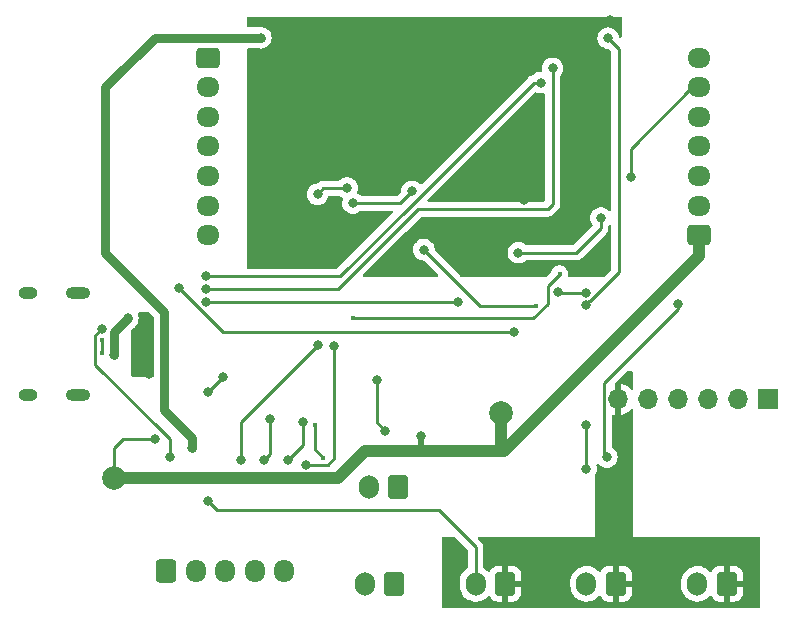
<source format=gbr>
%TF.GenerationSoftware,KiCad,Pcbnew,6.0.4-1.fc35*%
%TF.CreationDate,2022-04-18T23:22:51+03:00*%
%TF.ProjectId,Glove,476c6f76-652e-46b6-9963-61645f706362,rev?*%
%TF.SameCoordinates,Original*%
%TF.FileFunction,Copper,L2,Bot*%
%TF.FilePolarity,Positive*%
%FSLAX46Y46*%
G04 Gerber Fmt 4.6, Leading zero omitted, Abs format (unit mm)*
G04 Created by KiCad (PCBNEW 6.0.4-1.fc35) date 2022-04-18 23:22:51*
%MOMM*%
%LPD*%
G01*
G04 APERTURE LIST*
G04 Aperture macros list*
%AMRoundRect*
0 Rectangle with rounded corners*
0 $1 Rounding radius*
0 $2 $3 $4 $5 $6 $7 $8 $9 X,Y pos of 4 corners*
0 Add a 4 corners polygon primitive as box body*
4,1,4,$2,$3,$4,$5,$6,$7,$8,$9,$2,$3,0*
0 Add four circle primitives for the rounded corners*
1,1,$1+$1,$2,$3*
1,1,$1+$1,$4,$5*
1,1,$1+$1,$6,$7*
1,1,$1+$1,$8,$9*
0 Add four rect primitives between the rounded corners*
20,1,$1+$1,$2,$3,$4,$5,0*
20,1,$1+$1,$4,$5,$6,$7,0*
20,1,$1+$1,$6,$7,$8,$9,0*
20,1,$1+$1,$8,$9,$2,$3,0*%
G04 Aperture macros list end*
%TA.AperFunction,ComponentPad*%
%ADD10RoundRect,0.250000X0.600000X0.750000X-0.600000X0.750000X-0.600000X-0.750000X0.600000X-0.750000X0*%
%TD*%
%TA.AperFunction,ComponentPad*%
%ADD11O,1.700000X2.000000*%
%TD*%
%TA.AperFunction,ComponentPad*%
%ADD12RoundRect,0.250000X-0.725000X0.600000X-0.725000X-0.600000X0.725000X-0.600000X0.725000X0.600000X0*%
%TD*%
%TA.AperFunction,ComponentPad*%
%ADD13O,1.950000X1.700000*%
%TD*%
%TA.AperFunction,ComponentPad*%
%ADD14RoundRect,0.250000X-0.600000X-0.725000X0.600000X-0.725000X0.600000X0.725000X-0.600000X0.725000X0*%
%TD*%
%TA.AperFunction,ComponentPad*%
%ADD15O,1.700000X1.950000*%
%TD*%
%TA.AperFunction,ComponentPad*%
%ADD16O,2.100000X1.000000*%
%TD*%
%TA.AperFunction,ComponentPad*%
%ADD17O,1.600000X1.000000*%
%TD*%
%TA.AperFunction,ComponentPad*%
%ADD18RoundRect,0.250000X0.725000X-0.600000X0.725000X0.600000X-0.725000X0.600000X-0.725000X-0.600000X0*%
%TD*%
%TA.AperFunction,ComponentPad*%
%ADD19R,1.700000X1.700000*%
%TD*%
%TA.AperFunction,ComponentPad*%
%ADD20O,1.700000X1.700000*%
%TD*%
%TA.AperFunction,ViaPad*%
%ADD21C,0.800000*%
%TD*%
%TA.AperFunction,ViaPad*%
%ADD22C,0.450000*%
%TD*%
%TA.AperFunction,ViaPad*%
%ADD23C,2.000000*%
%TD*%
%TA.AperFunction,Conductor*%
%ADD24C,0.250000*%
%TD*%
%TA.AperFunction,Conductor*%
%ADD25C,1.000000*%
%TD*%
%TA.AperFunction,Conductor*%
%ADD26C,0.750000*%
%TD*%
%TA.AperFunction,Conductor*%
%ADD27C,0.500000*%
%TD*%
G04 APERTURE END LIST*
D10*
%TO.P,BTN_A1,1,1*%
%TO.N,GND*%
X152894444Y-104725000D03*
D11*
%TO.P,BTN_A1,2,2*%
%TO.N,BtnA*%
X150394444Y-104725000D03*
%TD*%
D12*
%TO.P,J4,1,Pin_1*%
%TO.N,+3V3*%
X127700000Y-60200000D03*
D13*
%TO.P,J4,2,Pin_2*%
%TO.N,PinkyPot*%
X127700000Y-62700000D03*
%TO.P,J4,3,Pin_3*%
%TO.N,RingPot*%
X127700000Y-65200000D03*
%TO.P,J4,4,Pin_4*%
%TO.N,MiddlePot*%
X127700000Y-67700000D03*
%TO.P,J4,5,Pin_5*%
%TO.N,PointerPot*%
X127700000Y-70200000D03*
%TO.P,J4,6,Pin_6*%
%TO.N,ThumbPot*%
X127700000Y-72700000D03*
%TO.P,J4,7,Pin_7*%
%TO.N,GND*%
X127700000Y-75200000D03*
%TD*%
D10*
%TO.P,BTN_Trigger1,1,1*%
%TO.N,GND*%
X143850000Y-96525000D03*
D11*
%TO.P,BTN_Trigger1,2,2*%
%TO.N,BtnTrigger*%
X141350000Y-96525000D03*
%TD*%
D10*
%TO.P,BTN_B1,1,1*%
%TO.N,GND*%
X171650000Y-104725000D03*
D11*
%TO.P,BTN_B1,2,2*%
%TO.N,BtnB*%
X169150000Y-104725000D03*
%TD*%
D14*
%TO.P,J2,1,Pin_1*%
%TO.N,+3V3*%
X124200000Y-103675000D03*
D15*
%TO.P,J2,2,Pin_2*%
%TO.N,JoyX*%
X126700000Y-103675000D03*
%TO.P,J2,3,Pin_3*%
%TO.N,JoyY*%
X129200000Y-103675000D03*
%TO.P,J2,4,Pin_4*%
%TO.N,JoyClick*%
X131700000Y-103675000D03*
%TO.P,J2,5,Pin_5*%
%TO.N,GND*%
X134200000Y-103675000D03*
%TD*%
D10*
%TO.P,BTN_Grab1,1,1*%
%TO.N,GND*%
X143516667Y-104725000D03*
D11*
%TO.P,BTN_Grab1,2,2*%
%TO.N,BtnGrab*%
X141016667Y-104725000D03*
%TD*%
D16*
%TO.P,J1,S1,SHIELD*%
%TO.N,GND*%
X116705000Y-80080000D03*
X116705000Y-88720000D03*
D17*
X112525000Y-88720000D03*
X112525000Y-80080000D03*
%TD*%
D18*
%TO.P,J3,1,Pin_1*%
%TO.N,+5V*%
X169300000Y-75200000D03*
D13*
%TO.P,J3,2,Pin_2*%
%TO.N,PinkyPWM*%
X169300000Y-72700000D03*
%TO.P,J3,3,Pin_3*%
%TO.N,RingPWM*%
X169300000Y-70200000D03*
%TO.P,J3,4,Pin_4*%
%TO.N,MiddlePWM*%
X169300000Y-67700000D03*
%TO.P,J3,5,Pin_5*%
%TO.N,PointerPWM*%
X169300000Y-65200000D03*
%TO.P,J3,6,Pin_6*%
%TO.N,ThumbPWM*%
X169300000Y-62700000D03*
%TO.P,J3,7,Pin_7*%
%TO.N,GND*%
X169300000Y-60200000D03*
%TD*%
D10*
%TO.P,BTN_Pinch1,1,1*%
%TO.N,GND*%
X162272221Y-104725000D03*
D11*
%TO.P,BTN_Pinch1,2,2*%
%TO.N,BtnPinch*%
X159772221Y-104725000D03*
%TD*%
D19*
%TO.P,J5,1,Pin_1*%
%TO.N,+3V3*%
X175150000Y-89100000D03*
D20*
%TO.P,J5,2,Pin_2*%
%TO.N,/MTMS*%
X172610000Y-89100000D03*
%TO.P,J5,3,Pin_3*%
%TO.N,/MTDI*%
X170070000Y-89100000D03*
%TO.P,J5,4,Pin_4*%
%TO.N,/MTCK*%
X167530000Y-89100000D03*
%TO.P,J5,5,Pin_5*%
%TO.N,/MTDO*%
X164990000Y-89100000D03*
%TO.P,J5,6,Pin_6*%
%TO.N,GND*%
X162450000Y-89100000D03*
%TD*%
D21*
%TO.N,GND*%
X142750000Y-91750000D03*
X132250000Y-75250000D03*
X161750000Y-57000000D03*
X129000000Y-87250000D03*
X127737701Y-88512299D03*
X139500000Y-60000000D03*
X154500000Y-72250000D03*
X139250000Y-57250000D03*
X154750000Y-68250000D03*
X142000000Y-87500000D03*
X122500000Y-82250000D03*
X122750000Y-87000000D03*
X143250000Y-78000000D03*
%TO.N,BtnA*%
X127750000Y-97750000D03*
X130500000Y-94250000D03*
X137000000Y-84500000D03*
X139500000Y-71200000D03*
X137000000Y-71750000D03*
%TO.N,BtnB*%
X140000000Y-72500000D03*
X145000000Y-71500000D03*
%TO.N,BtnGrab*%
X146000000Y-76438000D03*
X167500000Y-81000000D03*
X161500000Y-94000000D03*
D22*
X155500000Y-81250000D03*
D21*
%TO.N,BtnPinch*%
X159750000Y-81099503D03*
X159750000Y-95000000D03*
X161600000Y-58525000D03*
X159750000Y-91250000D03*
D22*
%TO.N,BtnTrigger*%
X140000000Y-82250000D03*
X137500000Y-94049500D03*
X136750000Y-91250000D03*
X157500000Y-78500000D03*
D21*
%TO.N,+5V*%
X123250000Y-92500000D03*
D23*
X152500000Y-90250000D03*
D21*
X145750000Y-92250000D03*
D23*
X119750000Y-95750000D03*
D21*
%TO.N,+3V3*%
X120950000Y-82250000D03*
X121000000Y-78750000D03*
X132200000Y-58500000D03*
X119779584Y-85374500D03*
X126350000Y-93250000D03*
%TO.N,JoyX*%
X132500000Y-94250000D03*
X133000000Y-90750000D03*
%TO.N,JoyY*%
X134500000Y-94250000D03*
X135750000Y-91000000D03*
%TO.N,JoyClick*%
X136000000Y-94650500D03*
X138400000Y-84600000D03*
%TO.N,JTAG_MTDO*%
X159750000Y-80100000D03*
X157400000Y-80000000D03*
%TO.N,ThumbPWM*%
X163500000Y-70250000D03*
D22*
%TO.N,/D+*%
X118763081Y-85210270D03*
X118750000Y-84100500D03*
D21*
%TO.N,Net-(Q1-Pad2)*%
X127600000Y-80900000D03*
X148924500Y-80900000D03*
%TO.N,Net-(Q2-Pad2)*%
X153600000Y-83400000D03*
X125300000Y-79700000D03*
%TO.N,IO0*%
X161000000Y-73750000D03*
X154000000Y-76700000D03*
%TO.N,RXD*%
X127600000Y-79800000D03*
X156900000Y-61100000D03*
%TO.N,TXD*%
X127600000Y-78700000D03*
X155900000Y-62300000D03*
%TO.N,Net-(J1-PadA5)*%
X124500000Y-94000000D03*
X118750000Y-83150000D03*
%TD*%
D24*
%TO.N,BtnPinch*%
X159750000Y-95000000D02*
X159750000Y-91250000D01*
%TO.N,BtnGrab*%
X161275489Y-93775489D02*
X161275489Y-87724511D01*
X161500000Y-94000000D02*
X161275489Y-93775489D01*
X161275489Y-87724511D02*
X167500000Y-81500000D01*
X167500000Y-81500000D02*
X167500000Y-81000000D01*
%TO.N,JoyX*%
X132500000Y-94250000D02*
X133000000Y-93750000D01*
X133000000Y-93750000D02*
X133000000Y-90750000D01*
%TO.N,BtnA*%
X130500000Y-94250000D02*
X130500000Y-91000000D01*
X130500000Y-91000000D02*
X137000000Y-84500000D01*
%TO.N,JoyClick*%
X137849500Y-94650500D02*
X138400000Y-94100000D01*
X136000000Y-94650500D02*
X137849500Y-94650500D01*
X138400000Y-94100000D02*
X138400000Y-84600000D01*
%TO.N,BtnTrigger*%
X137500000Y-94049500D02*
X136750000Y-93299500D01*
X136750000Y-93299500D02*
X136750000Y-91250000D01*
D25*
%TO.N,+5V*%
X145750000Y-93500000D02*
X141000000Y-93500000D01*
X141000000Y-93500000D02*
X138750000Y-95750000D01*
X138750000Y-95750000D02*
X119750000Y-95750000D01*
D26*
%TO.N,+3V3*%
X121000000Y-78750000D02*
X124000000Y-81750000D01*
X124000000Y-81750000D02*
X124000000Y-90050000D01*
X124000000Y-90050000D02*
X126350000Y-92400000D01*
X126350000Y-92400000D02*
X126350000Y-93250000D01*
X121000000Y-78750000D02*
X119000000Y-76750000D01*
X119000000Y-76750000D02*
X119000000Y-62700000D01*
X119000000Y-62700000D02*
X123200000Y-58500000D01*
X123200000Y-58500000D02*
X132200000Y-58500000D01*
X120950000Y-82250000D02*
X119750000Y-83450000D01*
X119750000Y-83450000D02*
X119750000Y-85344916D01*
X119750000Y-85344916D02*
X119779584Y-85374500D01*
D24*
%TO.N,GND*%
X142750000Y-91750000D02*
X142000000Y-91000000D01*
X142000000Y-91000000D02*
X142000000Y-87500000D01*
D25*
%TO.N,+5V*%
X152750000Y-93500000D02*
X169300000Y-76950000D01*
X169300000Y-76950000D02*
X169300000Y-75200000D01*
D24*
%TO.N,BtnPinch*%
X159750000Y-81099503D02*
X160024992Y-80824511D01*
X160024992Y-80824511D02*
X160050103Y-80824511D01*
X160050103Y-80824511D02*
X162524511Y-78350103D01*
X162524511Y-78350103D02*
X162524511Y-59449511D01*
X162524511Y-59449511D02*
X161600000Y-58525000D01*
%TO.N,JTAG_MTDO*%
X159750000Y-80100000D02*
X157500000Y-80100000D01*
X157500000Y-80100000D02*
X157400000Y-80000000D01*
%TO.N,GND*%
X127737701Y-88512299D02*
X129000000Y-87250000D01*
%TO.N,BtnA*%
X150394444Y-101644444D02*
X147250000Y-98500000D01*
X137000000Y-71750000D02*
X137500000Y-71250000D01*
X137500000Y-71250000D02*
X139450000Y-71250000D01*
X128500000Y-98500000D02*
X127750000Y-97750000D01*
X147250000Y-98500000D02*
X128500000Y-98500000D01*
X150394444Y-104725000D02*
X150394444Y-101644444D01*
X139450000Y-71250000D02*
X139500000Y-71200000D01*
%TO.N,BtnB*%
X144000000Y-72500000D02*
X140000000Y-72500000D01*
X145000000Y-71500000D02*
X144000000Y-72500000D01*
%TO.N,BtnGrab*%
X155500000Y-81250000D02*
X155450000Y-81200000D01*
X155450000Y-81200000D02*
X150762000Y-81200000D01*
X150762000Y-81200000D02*
X146000000Y-76438000D01*
%TO.N,BtnTrigger*%
X156500000Y-79500000D02*
X156500000Y-81027127D01*
X157500000Y-78500000D02*
X156500000Y-79500000D01*
X156500000Y-81027127D02*
X155277127Y-82250000D01*
X155277127Y-82250000D02*
X140000000Y-82250000D01*
D27*
%TO.N,+5V*%
X145750000Y-93500000D02*
X145750000Y-92250000D01*
D24*
X119750000Y-93250000D02*
X120500000Y-92500000D01*
D25*
X152500000Y-90750000D02*
X152500000Y-90250000D01*
X152500000Y-93500000D02*
X152500000Y-90750000D01*
D24*
X120500000Y-92500000D02*
X123250000Y-92500000D01*
X119750000Y-95750000D02*
X119750000Y-93250000D01*
D25*
X145750000Y-93500000D02*
X152500000Y-93500000D01*
D24*
%TO.N,JoyY*%
X135750000Y-93000000D02*
X135750000Y-91000000D01*
X134500000Y-94250000D02*
X135750000Y-93000000D01*
%TO.N,ThumbPWM*%
X163500000Y-67900000D02*
X168700000Y-62700000D01*
X168700000Y-62700000D02*
X169300000Y-62700000D01*
X163500000Y-70250000D02*
X163500000Y-67900000D01*
%TO.N,/D+*%
X118750000Y-85197189D02*
X118763081Y-85210270D01*
X118750000Y-84100500D02*
X118750000Y-85197189D01*
%TO.N,Net-(Q1-Pad2)*%
X148924500Y-80900000D02*
X127600000Y-80900000D01*
%TO.N,Net-(Q2-Pad2)*%
X129000000Y-83400000D02*
X153600000Y-83400000D01*
X125300000Y-79700000D02*
X129000000Y-83400000D01*
%TO.N,IO0*%
X158900000Y-76700000D02*
X154000000Y-76700000D01*
X161000000Y-74600000D02*
X158900000Y-76700000D01*
X161000000Y-73750000D02*
X161000000Y-74600000D01*
%TO.N,RXD*%
X127600000Y-79800000D02*
X138700000Y-79800000D01*
X145500000Y-73000000D02*
X156500000Y-73000000D01*
X138700000Y-79800000D02*
X144000000Y-74500000D01*
X156500000Y-73000000D02*
X156900000Y-72600000D01*
X156900000Y-72600000D02*
X156900000Y-61100000D01*
X144000000Y-74500000D02*
X145500000Y-73000000D01*
%TO.N,TXD*%
X127600000Y-78700000D02*
X138900000Y-78700000D01*
X155300000Y-62300000D02*
X155900000Y-62300000D01*
X144900000Y-72700000D02*
X155300000Y-62300000D01*
X138900000Y-78700000D02*
X144900000Y-72700000D01*
%TO.N,Net-(J1-PadA5)*%
X118200489Y-86200489D02*
X123800000Y-91800000D01*
X124500000Y-92500000D02*
X124500000Y-94000000D01*
X118200489Y-83699511D02*
X118200489Y-86200489D01*
X123800000Y-91800000D02*
X124500000Y-92500000D01*
X118750000Y-83150000D02*
X118200489Y-83699511D01*
%TD*%
%TA.AperFunction,Conductor*%
%TO.N,GND*%
G36*
X162692121Y-56728502D02*
G01*
X162738614Y-56782158D01*
X162750000Y-56834500D01*
X162750000Y-58370883D01*
X162729998Y-58439004D01*
X162676342Y-58485497D01*
X162606068Y-58495601D01*
X162541488Y-58466107D01*
X162503104Y-58406381D01*
X162498690Y-58384053D01*
X162494232Y-58341635D01*
X162494232Y-58341633D01*
X162493542Y-58335072D01*
X162434527Y-58153444D01*
X162339040Y-57988056D01*
X162321679Y-57968774D01*
X162215675Y-57851045D01*
X162215674Y-57851044D01*
X162211253Y-57846134D01*
X162056752Y-57733882D01*
X162050724Y-57731198D01*
X162050722Y-57731197D01*
X161888319Y-57658891D01*
X161888318Y-57658891D01*
X161882288Y-57656206D01*
X161777305Y-57633891D01*
X161701944Y-57617872D01*
X161701939Y-57617872D01*
X161695487Y-57616500D01*
X161504513Y-57616500D01*
X161498061Y-57617872D01*
X161498056Y-57617872D01*
X161422695Y-57633891D01*
X161317712Y-57656206D01*
X161311682Y-57658891D01*
X161311681Y-57658891D01*
X161149278Y-57731197D01*
X161149276Y-57731198D01*
X161143248Y-57733882D01*
X160988747Y-57846134D01*
X160984326Y-57851044D01*
X160984325Y-57851045D01*
X160878322Y-57968774D01*
X160860960Y-57988056D01*
X160765473Y-58153444D01*
X160706458Y-58335072D01*
X160686496Y-58525000D01*
X160687186Y-58531565D01*
X160703141Y-58683365D01*
X160706458Y-58714928D01*
X160765473Y-58896556D01*
X160768776Y-58902278D01*
X160768777Y-58902279D01*
X160802686Y-58961010D01*
X160860960Y-59061944D01*
X160865378Y-59066851D01*
X160865379Y-59066852D01*
X160984325Y-59198955D01*
X160988747Y-59203866D01*
X161009170Y-59218704D01*
X161108839Y-59291118D01*
X161143248Y-59316118D01*
X161149276Y-59318802D01*
X161149278Y-59318803D01*
X161311681Y-59391109D01*
X161317712Y-59393794D01*
X161392332Y-59409655D01*
X161498056Y-59432128D01*
X161498061Y-59432128D01*
X161504513Y-59433500D01*
X161560405Y-59433500D01*
X161628526Y-59453502D01*
X161649500Y-59470405D01*
X161854106Y-59675011D01*
X161888132Y-59737323D01*
X161891011Y-59764106D01*
X161891011Y-73053596D01*
X161871009Y-73121717D01*
X161817353Y-73168210D01*
X161747079Y-73178314D01*
X161682499Y-73148820D01*
X161671380Y-73137912D01*
X161611253Y-73071134D01*
X161456752Y-72958882D01*
X161450724Y-72956198D01*
X161450722Y-72956197D01*
X161288319Y-72883891D01*
X161288318Y-72883891D01*
X161282288Y-72881206D01*
X161188887Y-72861353D01*
X161101944Y-72842872D01*
X161101939Y-72842872D01*
X161095487Y-72841500D01*
X160904513Y-72841500D01*
X160898061Y-72842872D01*
X160898056Y-72842872D01*
X160811113Y-72861353D01*
X160717712Y-72881206D01*
X160711682Y-72883891D01*
X160711681Y-72883891D01*
X160549278Y-72956197D01*
X160549276Y-72956198D01*
X160543248Y-72958882D01*
X160388747Y-73071134D01*
X160384329Y-73076041D01*
X160384325Y-73076045D01*
X160266271Y-73207158D01*
X160260960Y-73213056D01*
X160215891Y-73291118D01*
X160172595Y-73366109D01*
X160165473Y-73378444D01*
X160106458Y-73560072D01*
X160105768Y-73566633D01*
X160105768Y-73566635D01*
X160098793Y-73633003D01*
X160086496Y-73750000D01*
X160106458Y-73939928D01*
X160165473Y-74121556D01*
X160260960Y-74286944D01*
X160264154Y-74290491D01*
X160287785Y-74356720D01*
X160271706Y-74425871D01*
X160251086Y-74453009D01*
X158674500Y-76029595D01*
X158612188Y-76063621D01*
X158585405Y-76066500D01*
X154708200Y-76066500D01*
X154640079Y-76046498D01*
X154620853Y-76030157D01*
X154620580Y-76030460D01*
X154615668Y-76026037D01*
X154611253Y-76021134D01*
X154589671Y-76005454D01*
X154462094Y-75912763D01*
X154462093Y-75912762D01*
X154456752Y-75908882D01*
X154450724Y-75906198D01*
X154450722Y-75906197D01*
X154288319Y-75833891D01*
X154288318Y-75833891D01*
X154282288Y-75831206D01*
X154188887Y-75811353D01*
X154101944Y-75792872D01*
X154101939Y-75792872D01*
X154095487Y-75791500D01*
X153904513Y-75791500D01*
X153898061Y-75792872D01*
X153898056Y-75792872D01*
X153811113Y-75811353D01*
X153717712Y-75831206D01*
X153711682Y-75833891D01*
X153711681Y-75833891D01*
X153549278Y-75906197D01*
X153549276Y-75906198D01*
X153543248Y-75908882D01*
X153388747Y-76021134D01*
X153384326Y-76026044D01*
X153384325Y-76026045D01*
X153317639Y-76100108D01*
X153260960Y-76163056D01*
X153165473Y-76328444D01*
X153106458Y-76510072D01*
X153086496Y-76700000D01*
X153106458Y-76889928D01*
X153165473Y-77071556D01*
X153260960Y-77236944D01*
X153265378Y-77241851D01*
X153265379Y-77241852D01*
X153377614Y-77366502D01*
X153388747Y-77378866D01*
X153543248Y-77491118D01*
X153549276Y-77493802D01*
X153549278Y-77493803D01*
X153711681Y-77566109D01*
X153717712Y-77568794D01*
X153811112Y-77588647D01*
X153898056Y-77607128D01*
X153898061Y-77607128D01*
X153904513Y-77608500D01*
X154095487Y-77608500D01*
X154101939Y-77607128D01*
X154101944Y-77607128D01*
X154188888Y-77588647D01*
X154282288Y-77568794D01*
X154288319Y-77566109D01*
X154450722Y-77493803D01*
X154450724Y-77493802D01*
X154456752Y-77491118D01*
X154611253Y-77378866D01*
X154615668Y-77373963D01*
X154620580Y-77369540D01*
X154621705Y-77370789D01*
X154675014Y-77337949D01*
X154708200Y-77333500D01*
X158821233Y-77333500D01*
X158832416Y-77334027D01*
X158839909Y-77335702D01*
X158847835Y-77335453D01*
X158847836Y-77335453D01*
X158907986Y-77333562D01*
X158911945Y-77333500D01*
X158939856Y-77333500D01*
X158943791Y-77333003D01*
X158943856Y-77332995D01*
X158955693Y-77332062D01*
X158987951Y-77331048D01*
X158991970Y-77330922D01*
X158999889Y-77330673D01*
X159019343Y-77325021D01*
X159038700Y-77321013D01*
X159050930Y-77319468D01*
X159050931Y-77319468D01*
X159058797Y-77318474D01*
X159066168Y-77315555D01*
X159066170Y-77315555D01*
X159099912Y-77302196D01*
X159111142Y-77298351D01*
X159145983Y-77288229D01*
X159145984Y-77288229D01*
X159153593Y-77286018D01*
X159160412Y-77281985D01*
X159160417Y-77281983D01*
X159171028Y-77275707D01*
X159188776Y-77267012D01*
X159207617Y-77259552D01*
X159243387Y-77233564D01*
X159253307Y-77227048D01*
X159284535Y-77208580D01*
X159284538Y-77208578D01*
X159291362Y-77204542D01*
X159305683Y-77190221D01*
X159320717Y-77177380D01*
X159330694Y-77170131D01*
X159337107Y-77165472D01*
X159365298Y-77131395D01*
X159373288Y-77122616D01*
X161392247Y-75103657D01*
X161400537Y-75096113D01*
X161407018Y-75092000D01*
X161453659Y-75042332D01*
X161456413Y-75039491D01*
X161476134Y-75019770D01*
X161478612Y-75016575D01*
X161486318Y-75007553D01*
X161511158Y-74981101D01*
X161516586Y-74975321D01*
X161526346Y-74957568D01*
X161537199Y-74941045D01*
X161544753Y-74931306D01*
X161549613Y-74925041D01*
X161567176Y-74884457D01*
X161572383Y-74873827D01*
X161593695Y-74835060D01*
X161595666Y-74827383D01*
X161595668Y-74827378D01*
X161598732Y-74815442D01*
X161605138Y-74796730D01*
X161610034Y-74785417D01*
X161613181Y-74778145D01*
X161620097Y-74734481D01*
X161622504Y-74722860D01*
X161631528Y-74687711D01*
X161631528Y-74687710D01*
X161633500Y-74680030D01*
X161633500Y-74659769D01*
X161635051Y-74640058D01*
X161636979Y-74627885D01*
X161638219Y-74620057D01*
X161634059Y-74576046D01*
X161633500Y-74564189D01*
X161633500Y-74452524D01*
X161653502Y-74384403D01*
X161665864Y-74368214D01*
X161671379Y-74362089D01*
X161731827Y-74324852D01*
X161802810Y-74326207D01*
X161861793Y-74365724D01*
X161890048Y-74430856D01*
X161891011Y-74446404D01*
X161891011Y-78035508D01*
X161871009Y-78103629D01*
X161854106Y-78124603D01*
X161265614Y-78713095D01*
X161203302Y-78747121D01*
X161176519Y-78750000D01*
X158350561Y-78750000D01*
X158282440Y-78729998D01*
X158235947Y-78676342D01*
X158225787Y-78606464D01*
X158237302Y-78524534D01*
X158237303Y-78524527D01*
X158237853Y-78520610D01*
X158238141Y-78500000D01*
X158219798Y-78336466D01*
X158165680Y-78181060D01*
X158078476Y-78041505D01*
X158020499Y-77983122D01*
X157967486Y-77929737D01*
X157967482Y-77929734D01*
X157962522Y-77924739D01*
X157823580Y-77836563D01*
X157774447Y-77819068D01*
X157675189Y-77783723D01*
X157675187Y-77783722D01*
X157668555Y-77781361D01*
X157661569Y-77780528D01*
X157661565Y-77780527D01*
X157547071Y-77766875D01*
X157505153Y-77761877D01*
X157498150Y-77762613D01*
X157498149Y-77762613D01*
X157454935Y-77767155D01*
X157341495Y-77779078D01*
X157334827Y-77781348D01*
X157192382Y-77829840D01*
X157192379Y-77829841D01*
X157185715Y-77832110D01*
X157045555Y-77918337D01*
X156927982Y-78033473D01*
X156838838Y-78171797D01*
X156836427Y-78178420D01*
X156836426Y-78178423D01*
X156794910Y-78292490D01*
X156765604Y-78338492D01*
X156390999Y-78713096D01*
X156328687Y-78747121D01*
X156301904Y-78750000D01*
X149260094Y-78750000D01*
X149191973Y-78729998D01*
X149170999Y-78713095D01*
X149087025Y-78629120D01*
X146947122Y-76489217D01*
X146913096Y-76426905D01*
X146910907Y-76413292D01*
X146894232Y-76254635D01*
X146894232Y-76254633D01*
X146893542Y-76248072D01*
X146834527Y-76066444D01*
X146739040Y-75901056D01*
X146678565Y-75833891D01*
X146615675Y-75764045D01*
X146615674Y-75764044D01*
X146611253Y-75759134D01*
X146456752Y-75646882D01*
X146450724Y-75644198D01*
X146450722Y-75644197D01*
X146288319Y-75571891D01*
X146288318Y-75571891D01*
X146282288Y-75569206D01*
X146188888Y-75549353D01*
X146101944Y-75530872D01*
X146101939Y-75530872D01*
X146095487Y-75529500D01*
X145904513Y-75529500D01*
X145898061Y-75530872D01*
X145898056Y-75530872D01*
X145811112Y-75549353D01*
X145717712Y-75569206D01*
X145711682Y-75571891D01*
X145711681Y-75571891D01*
X145549278Y-75644197D01*
X145549276Y-75644198D01*
X145543248Y-75646882D01*
X145388747Y-75759134D01*
X145384326Y-75764044D01*
X145384325Y-75764045D01*
X145321436Y-75833891D01*
X145260960Y-75901056D01*
X145165473Y-76066444D01*
X145106458Y-76248072D01*
X145086496Y-76438000D01*
X145106458Y-76627928D01*
X145165473Y-76809556D01*
X145260960Y-76974944D01*
X145388747Y-77116866D01*
X145543248Y-77229118D01*
X145549276Y-77231802D01*
X145549278Y-77231803D01*
X145711681Y-77304109D01*
X145717712Y-77306794D01*
X145784607Y-77321013D01*
X145898056Y-77345128D01*
X145898061Y-77345128D01*
X145904513Y-77346500D01*
X145960406Y-77346500D01*
X146028527Y-77366502D01*
X146049501Y-77383405D01*
X147201001Y-78534905D01*
X147235027Y-78597217D01*
X147229962Y-78668032D01*
X147187415Y-78724868D01*
X147120895Y-78749679D01*
X147111906Y-78750000D01*
X140950094Y-78750000D01*
X140881973Y-78729998D01*
X140835480Y-78676342D01*
X140825376Y-78606068D01*
X140854870Y-78541488D01*
X140860999Y-78534905D01*
X141787405Y-77608500D01*
X144476135Y-74919770D01*
X144476138Y-74919766D01*
X145725499Y-73670405D01*
X145787811Y-73636379D01*
X145814594Y-73633500D01*
X156421233Y-73633500D01*
X156432416Y-73634027D01*
X156439909Y-73635702D01*
X156447835Y-73635453D01*
X156447836Y-73635453D01*
X156507986Y-73633562D01*
X156511945Y-73633500D01*
X156539856Y-73633500D01*
X156543791Y-73633003D01*
X156543856Y-73632995D01*
X156555693Y-73632062D01*
X156587951Y-73631048D01*
X156591970Y-73630922D01*
X156599889Y-73630673D01*
X156619343Y-73625021D01*
X156638700Y-73621013D01*
X156650930Y-73619468D01*
X156650931Y-73619468D01*
X156658797Y-73618474D01*
X156666168Y-73615555D01*
X156666170Y-73615555D01*
X156699912Y-73602196D01*
X156711142Y-73598351D01*
X156745983Y-73588229D01*
X156745984Y-73588229D01*
X156753593Y-73586018D01*
X156760412Y-73581985D01*
X156760417Y-73581983D01*
X156771028Y-73575707D01*
X156788776Y-73567012D01*
X156807617Y-73559552D01*
X156815543Y-73553794D01*
X156843387Y-73533564D01*
X156853307Y-73527048D01*
X156884535Y-73508580D01*
X156884538Y-73508578D01*
X156891362Y-73504542D01*
X156905683Y-73490221D01*
X156920717Y-73477380D01*
X156930694Y-73470131D01*
X156937107Y-73465472D01*
X156965298Y-73431395D01*
X156973288Y-73422616D01*
X157292247Y-73103657D01*
X157300537Y-73096113D01*
X157307018Y-73092000D01*
X157353659Y-73042332D01*
X157356413Y-73039491D01*
X157376134Y-73019770D01*
X157378612Y-73016575D01*
X157386318Y-73007553D01*
X157411158Y-72981101D01*
X157416586Y-72975321D01*
X157423490Y-72962763D01*
X157426346Y-72957568D01*
X157437199Y-72941045D01*
X157444753Y-72931306D01*
X157449613Y-72925041D01*
X157467176Y-72884457D01*
X157472383Y-72873827D01*
X157493695Y-72835060D01*
X157495666Y-72827383D01*
X157495668Y-72827378D01*
X157498732Y-72815442D01*
X157505138Y-72796730D01*
X157510034Y-72785417D01*
X157513181Y-72778145D01*
X157520097Y-72734481D01*
X157522504Y-72722860D01*
X157531528Y-72687711D01*
X157531528Y-72687710D01*
X157533500Y-72680030D01*
X157533500Y-72659769D01*
X157535051Y-72640058D01*
X157536979Y-72627885D01*
X157538219Y-72620057D01*
X157534059Y-72576046D01*
X157533500Y-72564189D01*
X157533500Y-61802524D01*
X157553502Y-61734403D01*
X157565858Y-61718221D01*
X157639040Y-61636944D01*
X157734527Y-61471556D01*
X157793542Y-61289928D01*
X157813504Y-61100000D01*
X157793542Y-60910072D01*
X157734527Y-60728444D01*
X157639040Y-60563056D01*
X157511253Y-60421134D01*
X157356752Y-60308882D01*
X157350724Y-60306198D01*
X157350722Y-60306197D01*
X157188319Y-60233891D01*
X157188318Y-60233891D01*
X157182288Y-60231206D01*
X157088887Y-60211353D01*
X157001944Y-60192872D01*
X157001939Y-60192872D01*
X156995487Y-60191500D01*
X156804513Y-60191500D01*
X156798061Y-60192872D01*
X156798056Y-60192872D01*
X156711113Y-60211353D01*
X156617712Y-60231206D01*
X156611682Y-60233891D01*
X156611681Y-60233891D01*
X156449278Y-60306197D01*
X156449276Y-60306198D01*
X156443248Y-60308882D01*
X156288747Y-60421134D01*
X156160960Y-60563056D01*
X156065473Y-60728444D01*
X156006458Y-60910072D01*
X155986496Y-61100000D01*
X155987186Y-61106565D01*
X156002506Y-61252330D01*
X155989734Y-61322168D01*
X155941232Y-61374015D01*
X155877196Y-61391500D01*
X155804513Y-61391500D01*
X155798061Y-61392872D01*
X155798056Y-61392872D01*
X155711113Y-61411353D01*
X155617712Y-61431206D01*
X155611682Y-61433891D01*
X155611681Y-61433891D01*
X155449278Y-61506197D01*
X155449276Y-61506198D01*
X155443248Y-61508882D01*
X155288747Y-61621134D01*
X155282209Y-61628396D01*
X155281675Y-61628988D01*
X155279717Y-61630194D01*
X155279423Y-61630459D01*
X155279375Y-61630405D01*
X155221227Y-61666225D01*
X155207946Y-61669081D01*
X155200111Y-61669327D01*
X155180657Y-61674979D01*
X155161300Y-61678987D01*
X155149070Y-61680532D01*
X155149069Y-61680532D01*
X155141203Y-61681526D01*
X155133832Y-61684445D01*
X155133830Y-61684445D01*
X155100088Y-61697804D01*
X155088858Y-61701649D01*
X155054017Y-61711771D01*
X155054016Y-61711771D01*
X155046407Y-61713982D01*
X155039588Y-61718015D01*
X155039583Y-61718017D01*
X155028972Y-61724293D01*
X155011224Y-61732988D01*
X154992383Y-61740448D01*
X154985967Y-61745110D01*
X154985966Y-61745110D01*
X154956613Y-61766436D01*
X154946693Y-61772952D01*
X154915465Y-61791420D01*
X154915462Y-61791422D01*
X154908638Y-61795458D01*
X154894317Y-61809779D01*
X154879284Y-61822619D01*
X154862893Y-61834528D01*
X154857842Y-61840634D01*
X154834702Y-61868605D01*
X154826712Y-61877384D01*
X145833874Y-70870221D01*
X145771562Y-70904247D01*
X145700747Y-70899182D01*
X145651144Y-70865438D01*
X145611253Y-70821134D01*
X145456752Y-70708882D01*
X145450724Y-70706198D01*
X145450722Y-70706197D01*
X145288319Y-70633891D01*
X145288318Y-70633891D01*
X145282288Y-70631206D01*
X145188887Y-70611353D01*
X145101944Y-70592872D01*
X145101939Y-70592872D01*
X145095487Y-70591500D01*
X144904513Y-70591500D01*
X144898061Y-70592872D01*
X144898056Y-70592872D01*
X144811113Y-70611353D01*
X144717712Y-70631206D01*
X144711682Y-70633891D01*
X144711681Y-70633891D01*
X144549278Y-70706197D01*
X144549276Y-70706198D01*
X144543248Y-70708882D01*
X144388747Y-70821134D01*
X144260960Y-70963056D01*
X144165473Y-71128444D01*
X144106458Y-71310072D01*
X144105768Y-71316633D01*
X144105768Y-71316635D01*
X144089093Y-71475292D01*
X144062080Y-71540949D01*
X144052878Y-71551218D01*
X143774499Y-71829596D01*
X143712187Y-71863621D01*
X143685404Y-71866500D01*
X140708200Y-71866500D01*
X140640079Y-71846498D01*
X140620853Y-71830157D01*
X140620580Y-71830460D01*
X140615668Y-71826037D01*
X140611253Y-71821134D01*
X140456752Y-71708882D01*
X140450726Y-71706199D01*
X140450719Y-71706195D01*
X140414637Y-71690131D01*
X140360541Y-71644151D01*
X140339891Y-71576224D01*
X140346052Y-71536088D01*
X140391502Y-71396206D01*
X140393542Y-71389928D01*
X140413504Y-71200000D01*
X140393542Y-71010072D01*
X140334527Y-70828444D01*
X140315688Y-70795813D01*
X140286615Y-70745458D01*
X140239040Y-70663056D01*
X140228767Y-70651646D01*
X140115675Y-70526045D01*
X140115674Y-70526044D01*
X140111253Y-70521134D01*
X139956752Y-70408882D01*
X139950724Y-70406198D01*
X139950722Y-70406197D01*
X139788319Y-70333891D01*
X139788318Y-70333891D01*
X139782288Y-70331206D01*
X139688887Y-70311353D01*
X139601944Y-70292872D01*
X139601939Y-70292872D01*
X139595487Y-70291500D01*
X139404513Y-70291500D01*
X139398061Y-70292872D01*
X139398056Y-70292872D01*
X139311113Y-70311353D01*
X139217712Y-70331206D01*
X139211682Y-70333891D01*
X139211681Y-70333891D01*
X139049278Y-70406197D01*
X139049276Y-70406198D01*
X139043248Y-70408882D01*
X138888747Y-70521134D01*
X138884326Y-70526044D01*
X138884325Y-70526045D01*
X138840417Y-70574810D01*
X138779971Y-70612050D01*
X138746781Y-70616500D01*
X137578768Y-70616500D01*
X137567585Y-70615973D01*
X137560092Y-70614298D01*
X137552166Y-70614547D01*
X137552165Y-70614547D01*
X137492002Y-70616438D01*
X137488044Y-70616500D01*
X137460144Y-70616500D01*
X137456154Y-70617004D01*
X137444320Y-70617936D01*
X137400111Y-70619326D01*
X137392497Y-70621538D01*
X137392492Y-70621539D01*
X137380659Y-70624977D01*
X137361296Y-70628988D01*
X137341203Y-70631526D01*
X137333836Y-70634443D01*
X137333831Y-70634444D01*
X137300092Y-70647802D01*
X137288865Y-70651646D01*
X137246407Y-70663982D01*
X137239581Y-70668019D01*
X137228972Y-70674293D01*
X137211224Y-70682988D01*
X137192383Y-70690448D01*
X137185967Y-70695110D01*
X137185966Y-70695110D01*
X137156613Y-70716436D01*
X137146693Y-70722952D01*
X137115465Y-70741420D01*
X137115462Y-70741422D01*
X137108638Y-70745458D01*
X137094317Y-70759779D01*
X137079284Y-70772619D01*
X137062893Y-70784528D01*
X137057840Y-70790636D01*
X137057838Y-70790638D01*
X137053557Y-70795813D01*
X136994725Y-70835553D01*
X136956471Y-70841500D01*
X136904513Y-70841500D01*
X136898061Y-70842872D01*
X136898056Y-70842872D01*
X136811113Y-70861353D01*
X136717712Y-70881206D01*
X136711682Y-70883891D01*
X136711681Y-70883891D01*
X136549278Y-70956197D01*
X136549276Y-70956198D01*
X136543248Y-70958882D01*
X136388747Y-71071134D01*
X136384326Y-71076044D01*
X136384325Y-71076045D01*
X136266805Y-71206565D01*
X136260960Y-71213056D01*
X136165473Y-71378444D01*
X136106458Y-71560072D01*
X136086496Y-71750000D01*
X136087186Y-71756565D01*
X136102630Y-71903502D01*
X136106458Y-71939928D01*
X136165473Y-72121556D01*
X136260960Y-72286944D01*
X136265378Y-72291851D01*
X136265379Y-72291852D01*
X136322340Y-72355114D01*
X136388747Y-72428866D01*
X136543248Y-72541118D01*
X136549276Y-72543802D01*
X136549278Y-72543803D01*
X136702823Y-72612165D01*
X136717712Y-72618794D01*
X136811112Y-72638647D01*
X136898056Y-72657128D01*
X136898061Y-72657128D01*
X136904513Y-72658500D01*
X137095487Y-72658500D01*
X137101939Y-72657128D01*
X137101944Y-72657128D01*
X137188888Y-72638647D01*
X137282288Y-72618794D01*
X137297177Y-72612165D01*
X137450722Y-72543803D01*
X137450724Y-72543802D01*
X137456752Y-72541118D01*
X137611253Y-72428866D01*
X137677660Y-72355114D01*
X137734621Y-72291852D01*
X137734622Y-72291851D01*
X137739040Y-72286944D01*
X137834527Y-72121556D01*
X137883588Y-71970563D01*
X137923662Y-71911958D01*
X137989059Y-71884321D01*
X138003421Y-71883500D01*
X138854185Y-71883500D01*
X138922306Y-71903502D01*
X138928246Y-71907564D01*
X139014957Y-71970563D01*
X139043248Y-71991118D01*
X139049274Y-71993801D01*
X139049281Y-71993805D01*
X139085363Y-72009869D01*
X139139459Y-72055849D01*
X139160109Y-72123776D01*
X139153948Y-72163912D01*
X139134890Y-72222568D01*
X139106458Y-72310072D01*
X139105768Y-72316633D01*
X139105768Y-72316635D01*
X139093972Y-72428866D01*
X139086496Y-72500000D01*
X139087186Y-72506565D01*
X139105418Y-72680030D01*
X139106458Y-72689928D01*
X139165473Y-72871556D01*
X139168776Y-72877278D01*
X139168777Y-72877279D01*
X139192152Y-72917765D01*
X139260960Y-73036944D01*
X139265378Y-73041851D01*
X139265379Y-73041852D01*
X139337290Y-73121717D01*
X139388747Y-73178866D01*
X139543248Y-73291118D01*
X139549276Y-73293802D01*
X139549278Y-73293803D01*
X139657558Y-73342012D01*
X139717712Y-73368794D01*
X139792680Y-73384729D01*
X139898056Y-73407128D01*
X139898061Y-73407128D01*
X139904513Y-73408500D01*
X140095487Y-73408500D01*
X140101939Y-73407128D01*
X140101944Y-73407128D01*
X140207320Y-73384729D01*
X140282288Y-73368794D01*
X140342442Y-73342012D01*
X140450722Y-73293803D01*
X140450724Y-73293802D01*
X140456752Y-73291118D01*
X140611253Y-73178866D01*
X140615668Y-73173963D01*
X140620580Y-73169540D01*
X140621705Y-73170789D01*
X140675014Y-73137949D01*
X140708200Y-73133500D01*
X143266405Y-73133500D01*
X143334526Y-73153502D01*
X143381019Y-73207158D01*
X143391123Y-73277432D01*
X143361629Y-73342012D01*
X143355500Y-73348595D01*
X138674500Y-78029595D01*
X138612188Y-78063621D01*
X138585405Y-78066500D01*
X131126000Y-78066500D01*
X131057879Y-78046498D01*
X131011386Y-77992842D01*
X131000000Y-77940500D01*
X131000000Y-59509500D01*
X131020002Y-59441379D01*
X131073658Y-59394886D01*
X131126000Y-59383500D01*
X131973653Y-59383500D01*
X131999850Y-59386253D01*
X132098056Y-59407128D01*
X132098061Y-59407128D01*
X132104513Y-59408500D01*
X132295487Y-59408500D01*
X132301939Y-59407128D01*
X132301944Y-59407128D01*
X132400150Y-59386253D01*
X132482288Y-59368794D01*
X132488319Y-59366109D01*
X132650722Y-59293803D01*
X132650724Y-59293802D01*
X132656752Y-59291118D01*
X132811253Y-59178866D01*
X132919947Y-59058149D01*
X132934621Y-59041852D01*
X132934622Y-59041851D01*
X132939040Y-59036944D01*
X133034527Y-58871556D01*
X133093542Y-58689928D01*
X133113504Y-58500000D01*
X133101318Y-58384053D01*
X133094232Y-58316635D01*
X133094232Y-58316633D01*
X133093542Y-58310072D01*
X133034527Y-58128444D01*
X132939040Y-57963056D01*
X132811253Y-57821134D01*
X132696503Y-57737763D01*
X132662094Y-57712763D01*
X132662093Y-57712762D01*
X132656752Y-57708882D01*
X132650724Y-57706198D01*
X132650722Y-57706197D01*
X132488319Y-57633891D01*
X132488318Y-57633891D01*
X132482288Y-57631206D01*
X132388887Y-57611353D01*
X132301944Y-57592872D01*
X132301939Y-57592872D01*
X132295487Y-57591500D01*
X132104513Y-57591500D01*
X132098061Y-57592872D01*
X132098056Y-57592872D01*
X131999850Y-57613747D01*
X131973653Y-57616500D01*
X131126000Y-57616500D01*
X131057879Y-57596498D01*
X131011386Y-57542842D01*
X131000000Y-57490500D01*
X131000000Y-56834500D01*
X131020002Y-56766379D01*
X131073658Y-56719886D01*
X131126000Y-56708500D01*
X162624000Y-56708500D01*
X162692121Y-56728502D01*
G37*
%TD.AperFunction*%
%TA.AperFunction,Conductor*%
G36*
X155488529Y-63111542D02*
G01*
X155495732Y-63114485D01*
X155617712Y-63168794D01*
X155711112Y-63188647D01*
X155798056Y-63207128D01*
X155798061Y-63207128D01*
X155804513Y-63208500D01*
X155995487Y-63208500D01*
X156001939Y-63207128D01*
X156001944Y-63207128D01*
X156114303Y-63183245D01*
X156185094Y-63188647D01*
X156241727Y-63231464D01*
X156266220Y-63298102D01*
X156266500Y-63306492D01*
X156266500Y-72240500D01*
X156246498Y-72308621D01*
X156192842Y-72355114D01*
X156140500Y-72366500D01*
X146433594Y-72366500D01*
X146365473Y-72346498D01*
X146318980Y-72292842D01*
X146308876Y-72222568D01*
X146338370Y-72157988D01*
X146344499Y-72151405D01*
X155355402Y-63140503D01*
X155417714Y-63106477D01*
X155488529Y-63111542D01*
G37*
%TD.AperFunction*%
%TD*%
%TA.AperFunction,Conductor*%
%TO.N,GND*%
G36*
X122766474Y-81770002D02*
G01*
X122787448Y-81786905D01*
X123079595Y-82079052D01*
X123113621Y-82141364D01*
X123116500Y-82168147D01*
X123116500Y-87124000D01*
X123096498Y-87192121D01*
X123042842Y-87238614D01*
X122990500Y-87250000D01*
X121376000Y-87250000D01*
X121307879Y-87229998D01*
X121261386Y-87176342D01*
X121250000Y-87124000D01*
X121250000Y-83251648D01*
X121270002Y-83183527D01*
X121286905Y-83162553D01*
X121405545Y-83043913D01*
X121420579Y-83031072D01*
X121509921Y-82966161D01*
X121561253Y-82928866D01*
X121565675Y-82923955D01*
X121684621Y-82791852D01*
X121684622Y-82791851D01*
X121689040Y-82786944D01*
X121784527Y-82621556D01*
X121843542Y-82439928D01*
X121863504Y-82250000D01*
X121843542Y-82060072D01*
X121796384Y-81914936D01*
X121794356Y-81843969D01*
X121831019Y-81783171D01*
X121894731Y-81751845D01*
X121916217Y-81750000D01*
X122698353Y-81750000D01*
X122766474Y-81770002D01*
G37*
%TD.AperFunction*%
%TD*%
%TA.AperFunction,Conductor*%
%TO.N,GND*%
G36*
X163692121Y-86770002D02*
G01*
X163738614Y-86823658D01*
X163750000Y-86876000D01*
X163750000Y-88185328D01*
X163729998Y-88253449D01*
X163676342Y-88299942D01*
X163606068Y-88310046D01*
X163541488Y-88280552D01*
X163529925Y-88268303D01*
X163529617Y-88268583D01*
X163382806Y-88107240D01*
X163375273Y-88100215D01*
X163208139Y-87968222D01*
X163199552Y-87962517D01*
X163013117Y-87859599D01*
X163003705Y-87855369D01*
X162802959Y-87784280D01*
X162792988Y-87781646D01*
X162721837Y-87768972D01*
X162708540Y-87770432D01*
X162704000Y-87784989D01*
X162704000Y-90418517D01*
X162708064Y-90432359D01*
X162721478Y-90434393D01*
X162728184Y-90433534D01*
X162738262Y-90431392D01*
X162942255Y-90370191D01*
X162951842Y-90366433D01*
X163143095Y-90272739D01*
X163151945Y-90267464D01*
X163325328Y-90143792D01*
X163333200Y-90137139D01*
X163484052Y-89986812D01*
X163490730Y-89978965D01*
X163521678Y-89935896D01*
X163577672Y-89892248D01*
X163648376Y-89885802D01*
X163711340Y-89918605D01*
X163746574Y-89980242D01*
X163750000Y-90009422D01*
X163750000Y-100750000D01*
X174374000Y-100750000D01*
X174442121Y-100770002D01*
X174488614Y-100823658D01*
X174500000Y-100876000D01*
X174500000Y-106624000D01*
X174479998Y-106692121D01*
X174426342Y-106738614D01*
X174374000Y-106750000D01*
X147626000Y-106750000D01*
X147557879Y-106729998D01*
X147511386Y-106676342D01*
X147500000Y-106624000D01*
X147500000Y-100876000D01*
X147520002Y-100807879D01*
X147573658Y-100761386D01*
X147626000Y-100750000D01*
X148551906Y-100750000D01*
X148620027Y-100770002D01*
X148641001Y-100786905D01*
X149724039Y-101869943D01*
X149758065Y-101932255D01*
X149760944Y-101959038D01*
X149760944Y-103299404D01*
X149740942Y-103367525D01*
X149700311Y-103407122D01*
X149591127Y-103473377D01*
X149587097Y-103476874D01*
X149493928Y-103557722D01*
X149416999Y-103624477D01*
X149413612Y-103628608D01*
X149274204Y-103798627D01*
X149274200Y-103798633D01*
X149270820Y-103802755D01*
X149268181Y-103807391D01*
X149268179Y-103807394D01*
X149257705Y-103825794D01*
X149156769Y-104003114D01*
X149078107Y-104219825D01*
X149077158Y-104225074D01*
X149077157Y-104225077D01*
X149037821Y-104442608D01*
X149037820Y-104442615D01*
X149037083Y-104446692D01*
X149035944Y-104470844D01*
X149035944Y-104932890D01*
X149050524Y-105104720D01*
X149051862Y-105109875D01*
X149051863Y-105109881D01*
X149107101Y-105322703D01*
X149108443Y-105327872D01*
X149203132Y-105538075D01*
X149331885Y-105729319D01*
X149491020Y-105896135D01*
X149675986Y-106033754D01*
X149680737Y-106036170D01*
X149680741Y-106036172D01*
X149743148Y-106067901D01*
X149881495Y-106138240D01*
X149886589Y-106139822D01*
X149886592Y-106139823D01*
X150086464Y-106201885D01*
X150101671Y-106206607D01*
X150106960Y-106207308D01*
X150324933Y-106236198D01*
X150324938Y-106236198D01*
X150330218Y-106236898D01*
X150335547Y-106236698D01*
X150335549Y-106236698D01*
X150445410Y-106232574D01*
X150560602Y-106228249D01*
X150565912Y-106227135D01*
X150781016Y-106182002D01*
X150786235Y-106180907D01*
X150791194Y-106178949D01*
X150791196Y-106178948D01*
X150995700Y-106098185D01*
X150995702Y-106098184D01*
X151000665Y-106096224D01*
X151099628Y-106036172D01*
X151193201Y-105979390D01*
X151193200Y-105979390D01*
X151197761Y-105976623D01*
X151237937Y-105941760D01*
X151367856Y-105829023D01*
X151367858Y-105829021D01*
X151371889Y-105825523D01*
X151401450Y-105789471D01*
X151460110Y-105749476D01*
X151531080Y-105747545D01*
X151591828Y-105784290D01*
X151606028Y-105803059D01*
X151692507Y-105942807D01*
X151701543Y-105954208D01*
X151816273Y-106068739D01*
X151827684Y-106077751D01*
X151965687Y-106162816D01*
X151978868Y-106168963D01*
X152133154Y-106220138D01*
X152146530Y-106223005D01*
X152240882Y-106232672D01*
X152247298Y-106233000D01*
X152622329Y-106233000D01*
X152637568Y-106228525D01*
X152638773Y-106227135D01*
X152640444Y-106219452D01*
X152640444Y-106214884D01*
X153148444Y-106214884D01*
X153152919Y-106230123D01*
X153154309Y-106231328D01*
X153161992Y-106232999D01*
X153541539Y-106232999D01*
X153548058Y-106232662D01*
X153643650Y-106222743D01*
X153657044Y-106219851D01*
X153811228Y-106168412D01*
X153824406Y-106162239D01*
X153962251Y-106076937D01*
X153973652Y-106067901D01*
X154088183Y-105953171D01*
X154097195Y-105941760D01*
X154182260Y-105803757D01*
X154188407Y-105790576D01*
X154239582Y-105636290D01*
X154242449Y-105622914D01*
X154252116Y-105528562D01*
X154252444Y-105522146D01*
X154252444Y-104997115D01*
X154247969Y-104981876D01*
X154246579Y-104980671D01*
X154238896Y-104979000D01*
X153166559Y-104979000D01*
X153151320Y-104983475D01*
X153150115Y-104984865D01*
X153148444Y-104992548D01*
X153148444Y-106214884D01*
X152640444Y-106214884D01*
X152640444Y-104932890D01*
X158413721Y-104932890D01*
X158428301Y-105104720D01*
X158429639Y-105109875D01*
X158429640Y-105109881D01*
X158484878Y-105322703D01*
X158486220Y-105327872D01*
X158580909Y-105538075D01*
X158709662Y-105729319D01*
X158868797Y-105896135D01*
X159053763Y-106033754D01*
X159058514Y-106036170D01*
X159058518Y-106036172D01*
X159120925Y-106067901D01*
X159259272Y-106138240D01*
X159264366Y-106139822D01*
X159264369Y-106139823D01*
X159464241Y-106201885D01*
X159479448Y-106206607D01*
X159484737Y-106207308D01*
X159702710Y-106236198D01*
X159702715Y-106236198D01*
X159707995Y-106236898D01*
X159713324Y-106236698D01*
X159713326Y-106236698D01*
X159823187Y-106232574D01*
X159938379Y-106228249D01*
X159943689Y-106227135D01*
X160158793Y-106182002D01*
X160164012Y-106180907D01*
X160168971Y-106178949D01*
X160168973Y-106178948D01*
X160373477Y-106098185D01*
X160373479Y-106098184D01*
X160378442Y-106096224D01*
X160477405Y-106036172D01*
X160570978Y-105979390D01*
X160570977Y-105979390D01*
X160575538Y-105976623D01*
X160615714Y-105941760D01*
X160745633Y-105829023D01*
X160745635Y-105829021D01*
X160749666Y-105825523D01*
X160779227Y-105789471D01*
X160837887Y-105749476D01*
X160908857Y-105747545D01*
X160969605Y-105784290D01*
X160983805Y-105803059D01*
X161070284Y-105942807D01*
X161079320Y-105954208D01*
X161194050Y-106068739D01*
X161205461Y-106077751D01*
X161343464Y-106162816D01*
X161356645Y-106168963D01*
X161510931Y-106220138D01*
X161524307Y-106223005D01*
X161618659Y-106232672D01*
X161625075Y-106233000D01*
X162000106Y-106233000D01*
X162015345Y-106228525D01*
X162016550Y-106227135D01*
X162018221Y-106219452D01*
X162018221Y-106214884D01*
X162526221Y-106214884D01*
X162530696Y-106230123D01*
X162532086Y-106231328D01*
X162539769Y-106232999D01*
X162919316Y-106232999D01*
X162925835Y-106232662D01*
X163021427Y-106222743D01*
X163034821Y-106219851D01*
X163189005Y-106168412D01*
X163202183Y-106162239D01*
X163340028Y-106076937D01*
X163351429Y-106067901D01*
X163465960Y-105953171D01*
X163474972Y-105941760D01*
X163560037Y-105803757D01*
X163566184Y-105790576D01*
X163617359Y-105636290D01*
X163620226Y-105622914D01*
X163629893Y-105528562D01*
X163630221Y-105522146D01*
X163630221Y-104997115D01*
X163625746Y-104981876D01*
X163624356Y-104980671D01*
X163616673Y-104979000D01*
X162544336Y-104979000D01*
X162529097Y-104983475D01*
X162527892Y-104984865D01*
X162526221Y-104992548D01*
X162526221Y-106214884D01*
X162018221Y-106214884D01*
X162018221Y-104932890D01*
X167791500Y-104932890D01*
X167806080Y-105104720D01*
X167807418Y-105109875D01*
X167807419Y-105109881D01*
X167862657Y-105322703D01*
X167863999Y-105327872D01*
X167958688Y-105538075D01*
X168087441Y-105729319D01*
X168246576Y-105896135D01*
X168431542Y-106033754D01*
X168436293Y-106036170D01*
X168436297Y-106036172D01*
X168498704Y-106067901D01*
X168637051Y-106138240D01*
X168642145Y-106139822D01*
X168642148Y-106139823D01*
X168842020Y-106201885D01*
X168857227Y-106206607D01*
X168862516Y-106207308D01*
X169080489Y-106236198D01*
X169080494Y-106236198D01*
X169085774Y-106236898D01*
X169091103Y-106236698D01*
X169091105Y-106236698D01*
X169200966Y-106232574D01*
X169316158Y-106228249D01*
X169321468Y-106227135D01*
X169536572Y-106182002D01*
X169541791Y-106180907D01*
X169546750Y-106178949D01*
X169546752Y-106178948D01*
X169751256Y-106098185D01*
X169751258Y-106098184D01*
X169756221Y-106096224D01*
X169855184Y-106036172D01*
X169948757Y-105979390D01*
X169948756Y-105979390D01*
X169953317Y-105976623D01*
X169993493Y-105941760D01*
X170123412Y-105829023D01*
X170123414Y-105829021D01*
X170127445Y-105825523D01*
X170157006Y-105789471D01*
X170215666Y-105749476D01*
X170286636Y-105747545D01*
X170347384Y-105784290D01*
X170361584Y-105803059D01*
X170448063Y-105942807D01*
X170457099Y-105954208D01*
X170571829Y-106068739D01*
X170583240Y-106077751D01*
X170721243Y-106162816D01*
X170734424Y-106168963D01*
X170888710Y-106220138D01*
X170902086Y-106223005D01*
X170996438Y-106232672D01*
X171002854Y-106233000D01*
X171377885Y-106233000D01*
X171393124Y-106228525D01*
X171394329Y-106227135D01*
X171396000Y-106219452D01*
X171396000Y-106214884D01*
X171904000Y-106214884D01*
X171908475Y-106230123D01*
X171909865Y-106231328D01*
X171917548Y-106232999D01*
X172297095Y-106232999D01*
X172303614Y-106232662D01*
X172399206Y-106222743D01*
X172412600Y-106219851D01*
X172566784Y-106168412D01*
X172579962Y-106162239D01*
X172717807Y-106076937D01*
X172729208Y-106067901D01*
X172843739Y-105953171D01*
X172852751Y-105941760D01*
X172937816Y-105803757D01*
X172943963Y-105790576D01*
X172995138Y-105636290D01*
X172998005Y-105622914D01*
X173007672Y-105528562D01*
X173008000Y-105522146D01*
X173008000Y-104997115D01*
X173003525Y-104981876D01*
X173002135Y-104980671D01*
X172994452Y-104979000D01*
X171922115Y-104979000D01*
X171906876Y-104983475D01*
X171905671Y-104984865D01*
X171904000Y-104992548D01*
X171904000Y-106214884D01*
X171396000Y-106214884D01*
X171396000Y-104452885D01*
X171904000Y-104452885D01*
X171908475Y-104468124D01*
X171909865Y-104469329D01*
X171917548Y-104471000D01*
X172989884Y-104471000D01*
X173005123Y-104466525D01*
X173006328Y-104465135D01*
X173007999Y-104457452D01*
X173007999Y-103927905D01*
X173007662Y-103921386D01*
X172997743Y-103825794D01*
X172994851Y-103812400D01*
X172943412Y-103658216D01*
X172937239Y-103645038D01*
X172851937Y-103507193D01*
X172842901Y-103495792D01*
X172728171Y-103381261D01*
X172716760Y-103372249D01*
X172578757Y-103287184D01*
X172565576Y-103281037D01*
X172411290Y-103229862D01*
X172397914Y-103226995D01*
X172303562Y-103217328D01*
X172297145Y-103217000D01*
X171922115Y-103217000D01*
X171906876Y-103221475D01*
X171905671Y-103222865D01*
X171904000Y-103230548D01*
X171904000Y-104452885D01*
X171396000Y-104452885D01*
X171396000Y-103235116D01*
X171391525Y-103219877D01*
X171390135Y-103218672D01*
X171382452Y-103217001D01*
X171002905Y-103217001D01*
X170996386Y-103217338D01*
X170900794Y-103227257D01*
X170887400Y-103230149D01*
X170733216Y-103281588D01*
X170720038Y-103287761D01*
X170582193Y-103373063D01*
X170570792Y-103382099D01*
X170456261Y-103496829D01*
X170447247Y-103508243D01*
X170361277Y-103647713D01*
X170308505Y-103695207D01*
X170238434Y-103706631D01*
X170173310Y-103678357D01*
X170162847Y-103668570D01*
X170142951Y-103647713D01*
X170053424Y-103553865D01*
X169868458Y-103416246D01*
X169863707Y-103413830D01*
X169863703Y-103413828D01*
X169741731Y-103351815D01*
X169662949Y-103311760D01*
X169657855Y-103310178D01*
X169657852Y-103310177D01*
X169447871Y-103244976D01*
X169442773Y-103243393D01*
X169437484Y-103242692D01*
X169219511Y-103213802D01*
X169219506Y-103213802D01*
X169214226Y-103213102D01*
X169208897Y-103213302D01*
X169208895Y-103213302D01*
X169110368Y-103217001D01*
X168983842Y-103221751D01*
X168978623Y-103222846D01*
X168958849Y-103226995D01*
X168758209Y-103269093D01*
X168753250Y-103271051D01*
X168753248Y-103271052D01*
X168548744Y-103351815D01*
X168548742Y-103351816D01*
X168543779Y-103353776D01*
X168539220Y-103356543D01*
X168539217Y-103356544D01*
X168440832Y-103416246D01*
X168346683Y-103473377D01*
X168342653Y-103476874D01*
X168249484Y-103557722D01*
X168172555Y-103624477D01*
X168169168Y-103628608D01*
X168029760Y-103798627D01*
X168029756Y-103798633D01*
X168026376Y-103802755D01*
X168023737Y-103807391D01*
X168023735Y-103807394D01*
X168013261Y-103825794D01*
X167912325Y-104003114D01*
X167833663Y-104219825D01*
X167832714Y-104225074D01*
X167832713Y-104225077D01*
X167793377Y-104442608D01*
X167793376Y-104442615D01*
X167792639Y-104446692D01*
X167791500Y-104470844D01*
X167791500Y-104932890D01*
X162018221Y-104932890D01*
X162018221Y-104452885D01*
X162526221Y-104452885D01*
X162530696Y-104468124D01*
X162532086Y-104469329D01*
X162539769Y-104471000D01*
X163612105Y-104471000D01*
X163627344Y-104466525D01*
X163628549Y-104465135D01*
X163630220Y-104457452D01*
X163630220Y-103927905D01*
X163629883Y-103921386D01*
X163619964Y-103825794D01*
X163617072Y-103812400D01*
X163565633Y-103658216D01*
X163559460Y-103645038D01*
X163474158Y-103507193D01*
X163465122Y-103495792D01*
X163350392Y-103381261D01*
X163338981Y-103372249D01*
X163200978Y-103287184D01*
X163187797Y-103281037D01*
X163033511Y-103229862D01*
X163020135Y-103226995D01*
X162925783Y-103217328D01*
X162919366Y-103217000D01*
X162544336Y-103217000D01*
X162529097Y-103221475D01*
X162527892Y-103222865D01*
X162526221Y-103230548D01*
X162526221Y-104452885D01*
X162018221Y-104452885D01*
X162018221Y-103235116D01*
X162013746Y-103219877D01*
X162012356Y-103218672D01*
X162004673Y-103217001D01*
X161625126Y-103217001D01*
X161618607Y-103217338D01*
X161523015Y-103227257D01*
X161509621Y-103230149D01*
X161355437Y-103281588D01*
X161342259Y-103287761D01*
X161204414Y-103373063D01*
X161193013Y-103382099D01*
X161078482Y-103496829D01*
X161069468Y-103508243D01*
X160983498Y-103647713D01*
X160930726Y-103695207D01*
X160860655Y-103706631D01*
X160795531Y-103678357D01*
X160785068Y-103668570D01*
X160765172Y-103647713D01*
X160675645Y-103553865D01*
X160490679Y-103416246D01*
X160485928Y-103413830D01*
X160485924Y-103413828D01*
X160363952Y-103351815D01*
X160285170Y-103311760D01*
X160280076Y-103310178D01*
X160280073Y-103310177D01*
X160070092Y-103244976D01*
X160064994Y-103243393D01*
X160059705Y-103242692D01*
X159841732Y-103213802D01*
X159841727Y-103213802D01*
X159836447Y-103213102D01*
X159831118Y-103213302D01*
X159831116Y-103213302D01*
X159732589Y-103217001D01*
X159606063Y-103221751D01*
X159600844Y-103222846D01*
X159581070Y-103226995D01*
X159380430Y-103269093D01*
X159375471Y-103271051D01*
X159375469Y-103271052D01*
X159170965Y-103351815D01*
X159170963Y-103351816D01*
X159166000Y-103353776D01*
X159161441Y-103356543D01*
X159161438Y-103356544D01*
X159063053Y-103416246D01*
X158968904Y-103473377D01*
X158964874Y-103476874D01*
X158871705Y-103557722D01*
X158794776Y-103624477D01*
X158791389Y-103628608D01*
X158651981Y-103798627D01*
X158651977Y-103798633D01*
X158648597Y-103802755D01*
X158645958Y-103807391D01*
X158645956Y-103807394D01*
X158635482Y-103825794D01*
X158534546Y-104003114D01*
X158455884Y-104219825D01*
X158454935Y-104225074D01*
X158454934Y-104225077D01*
X158415598Y-104442608D01*
X158415597Y-104442615D01*
X158414860Y-104446692D01*
X158413721Y-104470844D01*
X158413721Y-104932890D01*
X152640444Y-104932890D01*
X152640444Y-104452885D01*
X153148444Y-104452885D01*
X153152919Y-104468124D01*
X153154309Y-104469329D01*
X153161992Y-104471000D01*
X154234328Y-104471000D01*
X154249567Y-104466525D01*
X154250772Y-104465135D01*
X154252443Y-104457452D01*
X154252443Y-103927905D01*
X154252106Y-103921386D01*
X154242187Y-103825794D01*
X154239295Y-103812400D01*
X154187856Y-103658216D01*
X154181683Y-103645038D01*
X154096381Y-103507193D01*
X154087345Y-103495792D01*
X153972615Y-103381261D01*
X153961204Y-103372249D01*
X153823201Y-103287184D01*
X153810020Y-103281037D01*
X153655734Y-103229862D01*
X153642358Y-103226995D01*
X153548006Y-103217328D01*
X153541589Y-103217000D01*
X153166559Y-103217000D01*
X153151320Y-103221475D01*
X153150115Y-103222865D01*
X153148444Y-103230548D01*
X153148444Y-104452885D01*
X152640444Y-104452885D01*
X152640444Y-103235116D01*
X152635969Y-103219877D01*
X152634579Y-103218672D01*
X152626896Y-103217001D01*
X152247349Y-103217001D01*
X152240830Y-103217338D01*
X152145238Y-103227257D01*
X152131844Y-103230149D01*
X151977660Y-103281588D01*
X151964482Y-103287761D01*
X151826637Y-103373063D01*
X151815236Y-103382099D01*
X151700705Y-103496829D01*
X151691691Y-103508243D01*
X151605721Y-103647713D01*
X151552949Y-103695207D01*
X151482878Y-103706631D01*
X151417754Y-103678357D01*
X151407291Y-103668570D01*
X151387395Y-103647713D01*
X151297868Y-103553865D01*
X151112902Y-103416246D01*
X151108150Y-103413830D01*
X151108142Y-103413825D01*
X151096838Y-103408078D01*
X151045181Y-103359375D01*
X151027944Y-103295762D01*
X151027944Y-101723207D01*
X151028471Y-101712023D01*
X151030145Y-101704535D01*
X151028006Y-101636476D01*
X151027944Y-101632519D01*
X151027944Y-101604588D01*
X151027438Y-101600582D01*
X151026505Y-101588736D01*
X151025366Y-101552481D01*
X151025117Y-101544554D01*
X151019466Y-101525102D01*
X151015458Y-101505750D01*
X151013911Y-101493507D01*
X151012918Y-101485647D01*
X151010000Y-101478276D01*
X150996644Y-101444541D01*
X150992799Y-101433314D01*
X150992165Y-101431131D01*
X150980462Y-101390851D01*
X150976428Y-101384029D01*
X150976425Y-101384023D01*
X150970150Y-101373412D01*
X150961454Y-101355662D01*
X150956916Y-101344200D01*
X150956913Y-101344195D01*
X150953996Y-101336827D01*
X150928017Y-101301069D01*
X150921501Y-101291151D01*
X150903019Y-101259901D01*
X150898986Y-101253081D01*
X150884662Y-101238757D01*
X150871820Y-101223722D01*
X150859916Y-101207337D01*
X150825850Y-101179155D01*
X150817071Y-101171166D01*
X150611000Y-100965095D01*
X150576974Y-100902783D01*
X150582039Y-100831968D01*
X150624586Y-100775132D01*
X150691106Y-100750321D01*
X150700095Y-100750000D01*
X160500000Y-100750000D01*
X160500000Y-95551722D01*
X160516881Y-95488722D01*
X160581223Y-95377279D01*
X160581224Y-95377278D01*
X160584527Y-95371556D01*
X160643542Y-95189928D01*
X160663504Y-95000000D01*
X160643542Y-94810072D01*
X160621577Y-94742471D01*
X160619549Y-94671504D01*
X160656212Y-94610706D01*
X160719924Y-94579380D01*
X160790458Y-94587473D01*
X160835046Y-94619225D01*
X160888747Y-94678866D01*
X161043248Y-94791118D01*
X161049276Y-94793802D01*
X161049278Y-94793803D01*
X161100560Y-94816635D01*
X161217712Y-94868794D01*
X161311112Y-94888647D01*
X161398056Y-94907128D01*
X161398061Y-94907128D01*
X161404513Y-94908500D01*
X161595487Y-94908500D01*
X161601939Y-94907128D01*
X161601944Y-94907128D01*
X161688887Y-94888647D01*
X161782288Y-94868794D01*
X161899440Y-94816635D01*
X161950722Y-94793803D01*
X161950724Y-94793802D01*
X161956752Y-94791118D01*
X162111253Y-94678866D01*
X162164954Y-94619225D01*
X162234621Y-94541852D01*
X162234622Y-94541851D01*
X162239040Y-94536944D01*
X162334527Y-94371556D01*
X162393542Y-94189928D01*
X162413504Y-94000000D01*
X162393542Y-93810072D01*
X162334527Y-93628444D01*
X162239040Y-93463056D01*
X162111253Y-93321134D01*
X161960928Y-93211916D01*
X161917574Y-93155694D01*
X161908989Y-93109980D01*
X161908989Y-90529194D01*
X161928991Y-90461073D01*
X161982647Y-90414580D01*
X162052921Y-90404476D01*
X162070144Y-90408198D01*
X162074891Y-90409577D01*
X162178250Y-90430606D01*
X162192299Y-90429410D01*
X162196000Y-90419065D01*
X162196000Y-87764987D01*
X162198177Y-87764987D01*
X162198180Y-87719515D01*
X162229979Y-87665925D01*
X163108999Y-86786905D01*
X163171311Y-86752879D01*
X163198094Y-86750000D01*
X163624000Y-86750000D01*
X163692121Y-86770002D01*
G37*
%TD.AperFunction*%
%TD*%
M02*

</source>
